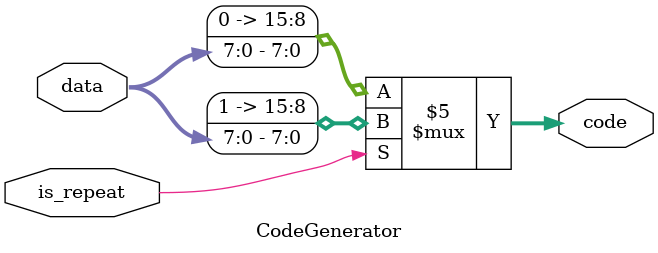
<source format=sv>
module RepeatDetector #(
    parameter WIN = 8
)(
    input wire clk,
    input wire rst_n,
    input wire [7:0] data,
    output wire [15:0] code
);

    // 内部连线
    wire [7:0] current_data;
    wire [7:0] previous_data;
    wire is_repeat;
    wire [3:0] current_ptr;

    // 历史数据存储模块实例
    HistoryBuffer #(
        .WIN(WIN)
    ) history_buffer_inst (
        .clk(clk),
        .rst_n(rst_n),
        .data_in(data),
        .current_data(current_data),
        .previous_data(previous_data),
        .ptr(current_ptr)
    );

    // 重复检测模块实例
    RepeatAnalyzer repeat_analyzer_inst (
        .current_data(current_data),
        .previous_data(previous_data),
        .ptr(current_ptr),
        .win_size(WIN),
        .is_repeat(is_repeat)
    );

    // 编码生成模块实例
    CodeGenerator code_generator_inst (
        .data(current_data),
        .is_repeat(is_repeat),
        .code(code)
    );

endmodule

// 历史数据缓冲模块
module HistoryBuffer #(
    parameter WIN = 8
)(
    input wire clk,
    input wire rst_n,
    input wire [7:0] data_in,
    output wire [7:0] current_data,
    output wire [7:0] previous_data,
    output reg [3:0] ptr
);

    reg [7:0] history [0:WIN-1];
    integer i;

    // 初始化
    initial begin
        ptr = 0;
        for(i=0; i<WIN; i=i+1)
            history[i] = 0;
    end

    // 数据存储及指针更新
    always @(posedge clk) begin
        if(!rst_n) begin
            for(i=0; i<WIN; i=i+1)
                history[i] <= 0;
            ptr <= 0;
        end
        else begin
            history[ptr] <= data_in;
            ptr <= (ptr == WIN-1) ? 0 : ptr + 1;
        end
    end

    // 输出当前数据
    assign current_data = data_in;
    
    // 输出前一个数据
    assign previous_data = (ptr > 0) ? history[ptr-1] : history[WIN-1];

endmodule

// 重复检测分析模块
module RepeatAnalyzer (
    input wire [7:0] current_data,
    input wire [7:0] previous_data,
    input wire [3:0] ptr,
    input wire [3:0] win_size,
    output wire is_repeat
);

    // 检测当前数据是否与前一个数据相同
    assign is_repeat = (current_data == previous_data);

endmodule

// 编码生成模块
module CodeGenerator (
    input wire [7:0] data,
    input wire is_repeat,
    output reg [15:0] code
);

    // 基于重复状态生成输出编码
    always @(*) begin
        if(is_repeat)
            code = {8'hFF, data};
        else
            code = {8'h00, data};
    end

endmodule
</source>
